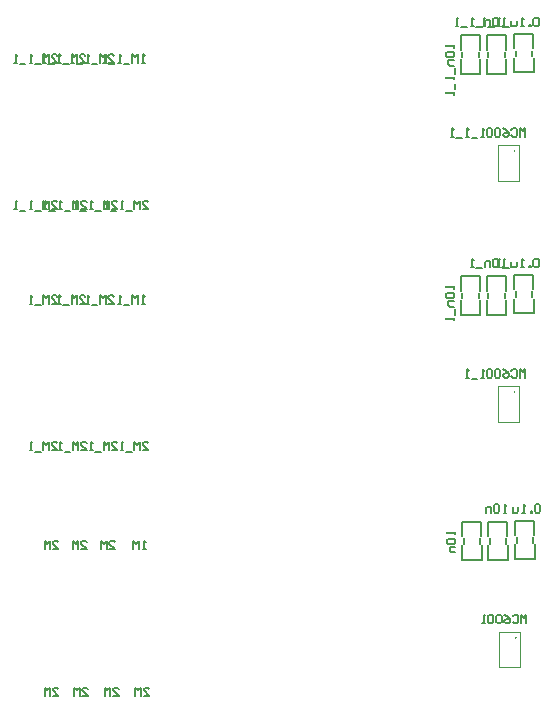
<source format=gbo>
G04 Layer_Color=32896*
%FSTAX24Y24*%
%MOIN*%
G70*
G01*
G75*
%ADD31C,0.0079*%
%ADD32C,0.0020*%
%ADD34C,0.0070*%
D31*
X029343Y02237D02*
G03*
X029343Y02237I-000008J0D01*
G01*
X029343Y014339D02*
G03*
X029343Y014339I-000008J0D01*
G01*
X029382Y00615D02*
G03*
X029382Y00615I-000008J0D01*
G01*
X028195Y025751D02*
Y026224D01*
X028204Y024953D02*
Y025446D01*
X027549Y024953D02*
Y025446D01*
X027549Y025751D02*
Y026224D01*
X027549Y024953D02*
X028204D01*
X027549Y026224D02*
X028195D01*
X029061Y025751D02*
Y026224D01*
X02907Y024953D02*
Y025446D01*
X028415Y024953D02*
Y025446D01*
X028415Y025751D02*
Y026224D01*
X028415Y024953D02*
X02907D01*
X028415Y026224D02*
X029061D01*
X029967Y025791D02*
Y026264D01*
X029976Y024992D02*
Y025486D01*
X029321Y024992D02*
Y025486D01*
X02932Y025791D02*
Y026264D01*
X029321Y024992D02*
X029976D01*
X02932Y026264D02*
X029967D01*
X029967Y017759D02*
Y018232D01*
X029976Y016961D02*
Y017454D01*
X029321Y016961D02*
Y017454D01*
X02932Y017759D02*
Y018232D01*
X029321Y016961D02*
X029976D01*
X02932Y018232D02*
X029967D01*
X029061Y01772D02*
Y018193D01*
X02907Y016921D02*
Y017415D01*
X028415Y016921D02*
Y017415D01*
X028415Y01772D02*
Y018193D01*
X028415Y016921D02*
X02907D01*
X028415Y018193D02*
X029061D01*
X028195Y01772D02*
Y018193D01*
X028204Y016921D02*
Y017415D01*
X027549Y016921D02*
Y017415D01*
X027549Y01772D02*
Y018193D01*
X027549Y016921D02*
X028204D01*
X027549Y018193D02*
X028195D01*
X028234Y009531D02*
Y010004D01*
X028243Y008732D02*
Y009226D01*
X027589Y008732D02*
Y009226D01*
X027588Y009531D02*
Y010004D01*
X027589Y008732D02*
X028243D01*
X027588Y010004D02*
X028234D01*
X030006Y00957D02*
Y010043D01*
X030015Y008772D02*
Y009265D01*
X02936Y008772D02*
Y009265D01*
X02936Y00957D02*
Y010043D01*
X02936Y008772D02*
X030015D01*
X02936Y010043D02*
X030006D01*
X0291Y009531D02*
Y010004D01*
X02911Y008732D02*
Y009226D01*
X028455Y008732D02*
Y009226D01*
X028454Y009531D02*
Y010004D01*
X028455Y008732D02*
X02911D01*
X028454Y010004D02*
X0291D01*
X029701Y02285D02*
Y023126D01*
X029609Y023034D01*
X029517Y023126D01*
Y02285D01*
X029241Y02308D02*
X029287Y023126D01*
X029379D01*
X029425Y02308D01*
Y022896D01*
X029379Y02285D01*
X029287D01*
X029241Y022896D01*
X028966Y023126D02*
X029058Y02308D01*
X02915Y022988D01*
Y022896D01*
X029104Y02285D01*
X029012D01*
X028966Y022896D01*
Y022942D01*
X029012Y022988D01*
X02915D01*
X028874Y02308D02*
X028828Y023126D01*
X028736D01*
X02869Y02308D01*
Y022896D01*
X028736Y02285D01*
X028828D01*
X028874Y022896D01*
Y02308D01*
X028599D02*
X028553Y023126D01*
X028461D01*
X028415Y02308D01*
Y022896D01*
X028461Y02285D01*
X028553D01*
X028599Y022896D01*
Y02308D01*
X028323Y02285D02*
X028231D01*
X028277D01*
Y023126D01*
X028323Y02308D01*
X028094Y022805D02*
X02791D01*
X027818Y02285D02*
X027726D01*
X027772D01*
Y023126D01*
X027818Y02308D01*
X027588Y022805D02*
X027405D01*
X027313Y02285D02*
X027221D01*
X027267D01*
Y023126D01*
X027313Y02308D01*
X016942Y020433D02*
X017126D01*
X016942Y020617D01*
Y020663D01*
X016988Y020709D01*
X01708D01*
X017126Y020663D01*
X01685Y020433D02*
Y020709D01*
X016759Y020617D01*
X016667Y020709D01*
Y020433D01*
X016575Y020387D02*
X016391D01*
X016299Y020433D02*
X016208D01*
X016254D01*
Y020709D01*
X016299Y020663D01*
X01607Y020387D02*
X015886D01*
X015794Y020433D02*
X015703D01*
X015748D01*
Y020709D01*
X015794Y020663D01*
X013911Y025315D02*
X014094D01*
X013911Y025499D01*
Y025545D01*
X013957Y02559D01*
X014049D01*
X014094Y025545D01*
X013819Y025315D02*
Y02559D01*
X013727Y025499D01*
X013635Y02559D01*
Y025315D01*
X013543Y025269D02*
X01336D01*
X013268Y025315D02*
X013176D01*
X013222D01*
Y02559D01*
X013268Y025545D01*
X013038Y025269D02*
X012855D01*
X012763Y025315D02*
X012671D01*
X012717D01*
Y02559D01*
X012763Y025545D01*
X015919Y020433D02*
X016102D01*
X015919Y020617D01*
Y020663D01*
X015965Y020709D01*
X016056D01*
X016102Y020663D01*
X015827Y020433D02*
Y020709D01*
X015735Y020617D01*
X015643Y020709D01*
Y020433D01*
X015551Y020387D02*
X015368D01*
X015276Y020433D02*
X015184D01*
X01523D01*
Y020709D01*
X015276Y020663D01*
X015046Y020387D02*
X014863D01*
X014771Y020433D02*
X014679D01*
X014725D01*
Y020709D01*
X014771Y020663D01*
X014856Y025315D02*
X015039D01*
X014856Y025499D01*
Y025545D01*
X014902Y02559D01*
X014993D01*
X015039Y025545D01*
X014764Y025315D02*
Y02559D01*
X014672Y025499D01*
X01458Y02559D01*
Y025315D01*
X014488Y025269D02*
X014305D01*
X014213Y025315D02*
X014121D01*
X014167D01*
Y02559D01*
X014213Y025545D01*
X013983Y025269D02*
X0138D01*
X013708Y025315D02*
X013616D01*
X013662D01*
Y02559D01*
X013708Y025545D01*
X014895Y020433D02*
X015079D01*
X014895Y020617D01*
Y020663D01*
X014941Y020709D01*
X015033D01*
X015079Y020663D01*
X014803Y020433D02*
Y020709D01*
X014711Y020617D01*
X01462Y020709D01*
Y020433D01*
X014528Y020387D02*
X014344D01*
X014252Y020433D02*
X01416D01*
X014206D01*
Y020709D01*
X014252Y020663D01*
X014023Y020387D02*
X013839D01*
X013747Y020433D02*
X013655D01*
X013701D01*
Y020709D01*
X013747Y020663D01*
X015801Y025315D02*
X015984D01*
X015801Y025499D01*
Y025545D01*
X015847Y02559D01*
X015938D01*
X015984Y025545D01*
X015709Y025315D02*
Y02559D01*
X015617Y025499D01*
X015525Y02559D01*
Y025315D01*
X015433Y025269D02*
X01525D01*
X015158Y025315D02*
X015066D01*
X015112D01*
Y02559D01*
X015158Y025545D01*
X014928Y025269D02*
X014744D01*
X014653Y025315D02*
X014561D01*
X014607D01*
Y02559D01*
X014653Y025545D01*
X013911Y020433D02*
X014094D01*
X013911Y020617D01*
Y020663D01*
X013957Y020709D01*
X014049D01*
X014094Y020663D01*
X013819Y020433D02*
Y020709D01*
X013727Y020617D01*
X013635Y020709D01*
Y020433D01*
X013543Y020387D02*
X01336D01*
X013268Y020433D02*
X013176D01*
X013222D01*
Y020709D01*
X013268Y020663D01*
X013038Y020387D02*
X012855D01*
X012763Y020433D02*
X012671D01*
X012717D01*
Y020709D01*
X012763Y020663D01*
X017008Y025315D02*
X016916D01*
X016962D01*
Y02559D01*
X017008Y025545D01*
X016778Y025315D02*
Y02559D01*
X016686Y025499D01*
X016595Y02559D01*
Y025315D01*
X016503Y025269D02*
X016319D01*
X016227Y025315D02*
X016135D01*
X016181D01*
Y02559D01*
X016227Y025545D01*
X015998Y025269D02*
X015814D01*
X015722Y025315D02*
X01563D01*
X015676D01*
Y02559D01*
X015722Y025545D01*
X027323Y025906D02*
Y025814D01*
Y02586D01*
X027047D01*
X027093Y025906D01*
Y025676D02*
X027047Y02563D01*
Y025538D01*
X027093Y025492D01*
X027277D01*
X027323Y025538D01*
Y02563D01*
X027277Y025676D01*
X027093D01*
X027323Y0254D02*
X027139D01*
Y025263D01*
X027185Y025217D01*
X027323D01*
X027369Y025125D02*
Y024941D01*
X027323Y024849D02*
Y024758D01*
Y024804D01*
X027047D01*
X027093Y024849D01*
X027369Y02462D02*
Y024436D01*
X027323Y024344D02*
Y024253D01*
Y024298D01*
X027047D01*
X027093Y024344D01*
X029031Y02654D02*
X028939D01*
X028985D01*
Y026816D01*
X029031Y02677D01*
X028801D02*
X028755Y026816D01*
X028663D01*
X028617Y02677D01*
Y026586D01*
X028663Y02654D01*
X028755D01*
X028801Y026586D01*
Y02677D01*
X028526Y02654D02*
Y026724D01*
X028388D01*
X028342Y026678D01*
Y02654D01*
X02825Y026495D02*
X028066D01*
X027975Y02654D02*
X027883D01*
X027929D01*
Y026816D01*
X027975Y02677D01*
X027745Y026495D02*
X027561D01*
X027469Y02654D02*
X027378D01*
X027424D01*
Y026816D01*
X027469Y02677D01*
X030157Y026765D02*
X030112Y026811D01*
X03002D01*
X029974Y026765D01*
Y026581D01*
X03002Y026535D01*
X030112D01*
X030157Y026581D01*
Y026765D01*
X029882Y026535D02*
Y026581D01*
X029836D01*
Y026535D01*
X029882D01*
X029652D02*
X029561D01*
X029606D01*
Y026811D01*
X029652Y026765D01*
X029423Y026719D02*
Y026581D01*
X029377Y026535D01*
X029239D01*
Y026719D01*
X029147Y02649D02*
X028964D01*
X028872Y026535D02*
X02878D01*
X028826D01*
Y026811D01*
X028872Y026765D01*
X028642Y02649D02*
X028459D01*
X028367Y026535D02*
X028275D01*
X028321D01*
Y026811D01*
X028367Y026765D01*
X030157Y018734D02*
X030112Y018779D01*
X03002D01*
X029974Y018734D01*
Y01855D01*
X03002Y018504D01*
X030112D01*
X030157Y01855D01*
Y018734D01*
X029882Y018504D02*
Y01855D01*
X029836D01*
Y018504D01*
X029882D01*
X029652D02*
X029561D01*
X029606D01*
Y018779D01*
X029652Y018734D01*
X029423Y018688D02*
Y01855D01*
X029377Y018504D01*
X029239D01*
Y018688D01*
X029147Y018458D02*
X028964D01*
X028872Y018504D02*
X02878D01*
X028826D01*
Y018779D01*
X028872Y018734D01*
X029031Y018509D02*
X028939D01*
X028985D01*
Y018784D01*
X029031Y018739D01*
X028801D02*
X028755Y018784D01*
X028663D01*
X028617Y018739D01*
Y018555D01*
X028663Y018509D01*
X028755D01*
X028801Y018555D01*
Y018739D01*
X028526Y018509D02*
Y018693D01*
X028388D01*
X028342Y018647D01*
Y018509D01*
X02825Y018463D02*
X028066D01*
X027975Y018509D02*
X027883D01*
X027929D01*
Y018784D01*
X027975Y018739D01*
X027323Y017874D02*
Y017782D01*
Y017828D01*
X027047D01*
X027093Y017874D01*
Y017644D02*
X027047Y017599D01*
Y017507D01*
X027093Y017461D01*
X027277D01*
X027323Y017507D01*
Y017599D01*
X027277Y017644D01*
X027093D01*
X027323Y017369D02*
X027139D01*
Y017231D01*
X027185Y017185D01*
X027323D01*
X027369Y017093D02*
Y01691D01*
X027323Y016818D02*
Y016726D01*
Y016772D01*
X027047D01*
X027093Y016818D01*
X017008Y017283D02*
X016916D01*
X016962D01*
Y017559D01*
X017008Y017513D01*
X016778Y017283D02*
Y017559D01*
X016686Y017467D01*
X016595Y017559D01*
Y017283D01*
X016503Y017238D02*
X016319D01*
X016227Y017283D02*
X016135D01*
X016181D01*
Y017559D01*
X016227Y017513D01*
X013911Y012402D02*
X014094D01*
X013911Y012585D01*
Y012631D01*
X013957Y012677D01*
X014049D01*
X014094Y012631D01*
X013819Y012402D02*
Y012677D01*
X013727Y012585D01*
X013635Y012677D01*
Y012402D01*
X013543Y012356D02*
X01336D01*
X013268Y012402D02*
X013176D01*
X013222D01*
Y012677D01*
X013268Y012631D01*
X015801Y017283D02*
X015984D01*
X015801Y017467D01*
Y017513D01*
X015847Y017559D01*
X015938D01*
X015984Y017513D01*
X015709Y017283D02*
Y017559D01*
X015617Y017467D01*
X015525Y017559D01*
Y017283D01*
X015433Y017238D02*
X01525D01*
X015158Y017283D02*
X015066D01*
X015112D01*
Y017559D01*
X015158Y017513D01*
X014895Y012402D02*
X015079D01*
X014895Y012585D01*
Y012631D01*
X014941Y012677D01*
X015033D01*
X015079Y012631D01*
X014803Y012402D02*
Y012677D01*
X014711Y012585D01*
X01462Y012677D01*
Y012402D01*
X014528Y012356D02*
X014344D01*
X014252Y012402D02*
X01416D01*
X014206D01*
Y012677D01*
X014252Y012631D01*
X014856Y017283D02*
X015039D01*
X014856Y017467D01*
Y017513D01*
X014902Y017559D01*
X014993D01*
X015039Y017513D01*
X014764Y017283D02*
Y017559D01*
X014672Y017467D01*
X01458Y017559D01*
Y017283D01*
X014488Y017238D02*
X014305D01*
X014213Y017283D02*
X014121D01*
X014167D01*
Y017559D01*
X014213Y017513D01*
X015919Y012402D02*
X016102D01*
X015919Y012585D01*
Y012631D01*
X015965Y012677D01*
X016056D01*
X016102Y012631D01*
X015827Y012402D02*
Y012677D01*
X015735Y012585D01*
X015643Y012677D01*
Y012402D01*
X015551Y012356D02*
X015368D01*
X015276Y012402D02*
X015184D01*
X01523D01*
Y012677D01*
X015276Y012631D01*
X013911Y017283D02*
X014094D01*
X013911Y017467D01*
Y017513D01*
X013957Y017559D01*
X014049D01*
X014094Y017513D01*
X013819Y017283D02*
Y017559D01*
X013727Y017467D01*
X013635Y017559D01*
Y017283D01*
X013543Y017238D02*
X01336D01*
X013268Y017283D02*
X013176D01*
X013222D01*
Y017559D01*
X013268Y017513D01*
X016942Y012402D02*
X017126D01*
X016942Y012585D01*
Y012631D01*
X016988Y012677D01*
X01708D01*
X017126Y012631D01*
X01685Y012402D02*
Y012677D01*
X016759Y012585D01*
X016667Y012677D01*
Y012402D01*
X016575Y012356D02*
X016391D01*
X016299Y012402D02*
X016208D01*
X016254D01*
Y012677D01*
X016299Y012631D01*
X029701Y014819D02*
Y015094D01*
X029609Y015003D01*
X029517Y015094D01*
Y014819D01*
X029241Y015049D02*
X029287Y015094D01*
X029379D01*
X029425Y015049D01*
Y014865D01*
X029379Y014819D01*
X029287D01*
X029241Y014865D01*
X028966Y015094D02*
X029058Y015049D01*
X02915Y014957D01*
Y014865D01*
X029104Y014819D01*
X029012D01*
X028966Y014865D01*
Y014911D01*
X029012Y014957D01*
X02915D01*
X028874Y015049D02*
X028828Y015094D01*
X028736D01*
X02869Y015049D01*
Y014865D01*
X028736Y014819D01*
X028828D01*
X028874Y014865D01*
Y015049D01*
X028599D02*
X028553Y015094D01*
X028461D01*
X028415Y015049D01*
Y014865D01*
X028461Y014819D01*
X028553D01*
X028599Y014865D01*
Y015049D01*
X028323Y014819D02*
X028231D01*
X028277D01*
Y015094D01*
X028323Y015049D01*
X028094Y014773D02*
X02791D01*
X027818Y014819D02*
X027726D01*
X027772D01*
Y015094D01*
X027818Y015049D01*
X027362Y009685D02*
Y009593D01*
Y009639D01*
X027087D01*
X027133Y009685D01*
Y009455D02*
X027087Y00941D01*
Y009318D01*
X027133Y009272D01*
X027316D01*
X027362Y009318D01*
Y00941D01*
X027316Y009455D01*
X027133D01*
X027362Y00918D02*
X027179D01*
Y009042D01*
X027224Y008996D01*
X027362D01*
X030197Y010545D02*
X030151Y01059D01*
X030059D01*
X030013Y010545D01*
Y010361D01*
X030059Y010315D01*
X030151D01*
X030197Y010361D01*
Y010545D01*
X029921Y010315D02*
Y010361D01*
X029875D01*
Y010315D01*
X029921D01*
X029692D02*
X0296D01*
X029646D01*
Y01059D01*
X029692Y010545D01*
X029462Y010499D02*
Y010361D01*
X029416Y010315D01*
X029279D01*
Y010499D01*
X016982Y004213D02*
X017165D01*
X016982Y004396D01*
Y004442D01*
X017028Y004488D01*
X017119D01*
X017165Y004442D01*
X01689Y004213D02*
Y004488D01*
X016798Y004396D01*
X016706Y004488D01*
Y004213D01*
X01395Y009094D02*
X014134D01*
X01395Y009278D01*
Y009324D01*
X013996Y00937D01*
X014088D01*
X014134Y009324D01*
X013858Y009094D02*
Y00937D01*
X013767Y009278D01*
X013675Y00937D01*
Y009094D01*
X01584D02*
X016024D01*
X01584Y009278D01*
Y009324D01*
X015886Y00937D01*
X015978D01*
X016024Y009324D01*
X015748Y009094D02*
Y00937D01*
X015656Y009278D01*
X015564Y00937D01*
Y009094D01*
X02974Y00663D02*
Y006906D01*
X029648Y006814D01*
X029556Y006906D01*
Y00663D01*
X029281Y00686D02*
X029327Y006906D01*
X029419D01*
X029464Y00686D01*
Y006676D01*
X029419Y00663D01*
X029327D01*
X029281Y006676D01*
X029005Y006906D02*
X029097Y00686D01*
X029189Y006768D01*
Y006676D01*
X029143Y00663D01*
X029051D01*
X029005Y006676D01*
Y006722D01*
X029051Y006768D01*
X029189D01*
X028913Y00686D02*
X028868Y006906D01*
X028776D01*
X02873Y00686D01*
Y006676D01*
X028776Y00663D01*
X028868D01*
X028913Y006676D01*
Y00686D01*
X028638D02*
X028592Y006906D01*
X0285D01*
X028454Y00686D01*
Y006676D01*
X0285Y00663D01*
X028592D01*
X028638Y006676D01*
Y00686D01*
X028362Y00663D02*
X028271D01*
X028317D01*
Y006906D01*
X028362Y00686D01*
X02907Y01032D02*
X028978D01*
X029024D01*
Y010596D01*
X02907Y01055D01*
X02884D02*
X028795Y010596D01*
X028703D01*
X028657Y01055D01*
Y010366D01*
X028703Y01032D01*
X028795D01*
X02884Y010366D01*
Y01055D01*
X028565Y01032D02*
Y010504D01*
X028427D01*
X028381Y010458D01*
Y01032D01*
X017047Y009094D02*
X016955D01*
X017001D01*
Y00937D01*
X017047Y009324D01*
X016818Y009094D02*
Y00937D01*
X016726Y009278D01*
X016634Y00937D01*
Y009094D01*
X01395Y004213D02*
X014134D01*
X01395Y004396D01*
Y004442D01*
X013996Y004488D01*
X014088D01*
X014134Y004442D01*
X013858Y004213D02*
Y004488D01*
X013767Y004396D01*
X013675Y004488D01*
Y004213D01*
X014934D02*
X015118D01*
X014934Y004396D01*
Y004442D01*
X01498Y004488D01*
X015072D01*
X015118Y004442D01*
X014843Y004213D02*
Y004488D01*
X014751Y004396D01*
X014659Y004488D01*
Y004213D01*
X014895Y009094D02*
X015079D01*
X014895Y009278D01*
Y009324D01*
X014941Y00937D01*
X015033D01*
X015079Y009324D01*
X014803Y009094D02*
Y00937D01*
X014711Y009278D01*
X01462Y00937D01*
Y009094D01*
X015958Y004213D02*
X016142D01*
X015958Y004396D01*
Y004442D01*
X016004Y004488D01*
X016096D01*
X016142Y004442D01*
X015866Y004213D02*
Y004488D01*
X015774Y004396D01*
X015683Y004488D01*
Y004213D01*
D32*
X028789Y022559D02*
X029478D01*
X028789Y021378D02*
Y022559D01*
Y021378D02*
X029478D01*
Y022559D01*
X028789Y014528D02*
X029478D01*
X028789Y013346D02*
Y014528D01*
Y013346D02*
X029478D01*
Y014528D01*
X028829Y006339D02*
X029518D01*
X028829Y005157D02*
Y006339D01*
Y005157D02*
X029518D01*
Y006339D01*
D34*
X028144Y025502D02*
Y025682D01*
X027604Y025502D02*
Y025682D01*
X02901Y025502D02*
Y025682D01*
X02847Y025502D02*
Y025682D01*
X029916Y025542D02*
Y025722D01*
X029376Y025542D02*
Y025722D01*
X029916Y01751D02*
Y01769D01*
X029376Y01751D02*
Y01769D01*
X02901Y017471D02*
Y017651D01*
X02847Y017471D02*
Y017651D01*
X028144Y017471D02*
Y017651D01*
X027604Y017471D02*
Y017651D01*
X028183Y009282D02*
Y009462D01*
X027643Y009282D02*
Y009462D01*
X029955Y009321D02*
Y009501D01*
X029415Y009321D02*
Y009501D01*
X02905Y009282D02*
Y009462D01*
X02851Y009282D02*
Y009462D01*
M02*

</source>
